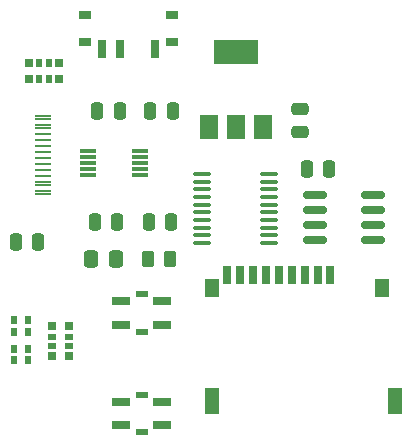
<source format=gbr>
%TF.GenerationSoftware,KiCad,Pcbnew,7.0.8*%
%TF.CreationDate,2024-02-27T14:33:36-06:00*%
%TF.ProjectId,Rickus-CH32V003,5269636b-7573-42d4-9348-333256303033,rev?*%
%TF.SameCoordinates,Original*%
%TF.FileFunction,Paste,Top*%
%TF.FilePolarity,Positive*%
%FSLAX46Y46*%
G04 Gerber Fmt 4.6, Leading zero omitted, Abs format (unit mm)*
G04 Created by KiCad (PCBNEW 7.0.8) date 2024-02-27 14:33:36*
%MOMM*%
%LPD*%
G01*
G04 APERTURE LIST*
G04 Aperture macros list*
%AMRoundRect*
0 Rectangle with rounded corners*
0 $1 Rounding radius*
0 $2 $3 $4 $5 $6 $7 $8 $9 X,Y pos of 4 corners*
0 Add a 4 corners polygon primitive as box body*
4,1,4,$2,$3,$4,$5,$6,$7,$8,$9,$2,$3,0*
0 Add four circle primitives for the rounded corners*
1,1,$1+$1,$2,$3*
1,1,$1+$1,$4,$5*
1,1,$1+$1,$6,$7*
1,1,$1+$1,$8,$9*
0 Add four rect primitives between the rounded corners*
20,1,$1+$1,$2,$3,$4,$5,0*
20,1,$1+$1,$4,$5,$6,$7,0*
20,1,$1+$1,$6,$7,$8,$9,0*
20,1,$1+$1,$8,$9,$2,$3,0*%
G04 Aperture macros list end*
%ADD10R,1.000000X0.500000*%
%ADD11R,1.500000X0.800000*%
%ADD12R,1.500000X2.000000*%
%ADD13R,3.800000X2.000000*%
%ADD14RoundRect,0.250000X-0.250000X-0.475000X0.250000X-0.475000X0.250000X0.475000X-0.250000X0.475000X0*%
%ADD15RoundRect,0.250000X-0.262500X-0.450000X0.262500X-0.450000X0.262500X0.450000X-0.262500X0.450000X0*%
%ADD16RoundRect,0.250000X-0.337500X-0.475000X0.337500X-0.475000X0.337500X0.475000X-0.337500X0.475000X0*%
%ADD17R,1.200000X1.500000*%
%ADD18R,1.200000X2.200000*%
%ADD19R,0.700000X1.600000*%
%ADD20RoundRect,0.250000X0.250000X0.475000X-0.250000X0.475000X-0.250000X-0.475000X0.250000X-0.475000X0*%
%ADD21R,1.400000X0.300000*%
%ADD22R,0.500000X0.800000*%
%ADD23R,0.700000X0.640000*%
%ADD24R,0.700000X0.500000*%
%ADD25RoundRect,0.150000X-0.825000X-0.150000X0.825000X-0.150000X0.825000X0.150000X-0.825000X0.150000X0*%
%ADD26R,0.640000X0.700000*%
%ADD27R,0.500000X0.700000*%
%ADD28R,1.000000X0.800000*%
%ADD29R,0.700000X1.500000*%
%ADD30RoundRect,0.100000X-0.637500X-0.100000X0.637500X-0.100000X0.637500X0.100000X-0.637500X0.100000X0*%
%ADD31RoundRect,0.250000X0.475000X-0.250000X0.475000X0.250000X-0.475000X0.250000X-0.475000X-0.250000X0*%
%ADD32R,1.400000X0.250000*%
G04 APERTURE END LIST*
D10*
%TO.C,SW1*%
X193500000Y-103100000D03*
X193500000Y-106300000D03*
D11*
X191750000Y-103700000D03*
X195250000Y-103700000D03*
X191750000Y-105700000D03*
X195250000Y-105700000D03*
%TD*%
D12*
%TO.C,U2*%
X199200000Y-80400000D03*
X201500000Y-80400000D03*
D13*
X201500000Y-74100000D03*
D12*
X203800000Y-80400000D03*
%TD*%
D10*
%TO.C,SW4*%
X193500000Y-94600000D03*
X193500000Y-97800000D03*
D11*
X191750000Y-95200000D03*
X195250000Y-95200000D03*
X191750000Y-97200000D03*
X195250000Y-97200000D03*
%TD*%
D14*
%TO.C,C7*%
X182850000Y-90200000D03*
X184750000Y-90200000D03*
%TD*%
D15*
%TO.C,R1*%
X194075000Y-91600000D03*
X195900000Y-91600000D03*
%TD*%
D16*
%TO.C,C5*%
X191337500Y-91600000D03*
X189262500Y-91600000D03*
%TD*%
D17*
%TO.C,J6*%
X199500000Y-94050000D03*
D18*
X199500000Y-103650000D03*
D17*
X213900000Y-94050000D03*
D18*
X215000000Y-103650000D03*
D19*
X209500000Y-93000000D03*
X208400000Y-93000000D03*
X207300000Y-93000000D03*
X206200000Y-93000000D03*
X205100000Y-93000000D03*
X204000000Y-93000000D03*
X202900000Y-93000000D03*
X201800000Y-93000000D03*
X200700000Y-93000000D03*
%TD*%
D20*
%TO.C,C2*%
X191450000Y-88500000D03*
X189550000Y-88500000D03*
%TD*%
D21*
%TO.C,U1*%
X189000000Y-82500000D03*
X189000000Y-83000000D03*
X189000000Y-83500000D03*
X189000000Y-84000000D03*
X189000000Y-84500000D03*
X193400000Y-84500000D03*
X193400000Y-84000000D03*
X193400000Y-83500000D03*
X193400000Y-83000000D03*
X193400000Y-82500000D03*
%TD*%
D22*
%TO.C,D5*%
X182662500Y-100200000D03*
X182662500Y-99200000D03*
X183862500Y-99200000D03*
X183862500Y-100200000D03*
%TD*%
D14*
%TO.C,C6*%
X207500000Y-84000000D03*
X209400000Y-84000000D03*
%TD*%
D20*
%TO.C,C1*%
X191650000Y-79100000D03*
X189750000Y-79100000D03*
%TD*%
D23*
%TO.C,RN2*%
X187362500Y-99870000D03*
D24*
X187362500Y-99000000D03*
X187362500Y-98200000D03*
D23*
X187362500Y-97330000D03*
X185962500Y-97330000D03*
D24*
X185962500Y-98200000D03*
X185962500Y-99000000D03*
D23*
X185962500Y-99870000D03*
%TD*%
D25*
%TO.C,U4*%
X208162500Y-86240000D03*
X208162500Y-87510000D03*
X208162500Y-88780000D03*
X208162500Y-90050000D03*
X213112500Y-90050000D03*
X213112500Y-88780000D03*
X213112500Y-87510000D03*
X213112500Y-86240000D03*
%TD*%
D14*
%TO.C,C8*%
X194100000Y-88500000D03*
X196000000Y-88500000D03*
%TD*%
D26*
%TO.C,RN1*%
X186500000Y-75000000D03*
D27*
X185630000Y-75000000D03*
X184830000Y-75000000D03*
D26*
X183960000Y-75000000D03*
X183960000Y-76400000D03*
D27*
X184830000Y-76400000D03*
X185630000Y-76400000D03*
D26*
X186500000Y-76400000D03*
%TD*%
D28*
%TO.C,SW2*%
X196050000Y-73210000D03*
X196050000Y-71000000D03*
X188750000Y-73210000D03*
X188750000Y-71000000D03*
D29*
X194650000Y-73860000D03*
X191650000Y-73860000D03*
X190150000Y-73860000D03*
%TD*%
D30*
%TO.C,U3*%
X198600000Y-84425000D03*
X198600000Y-85075000D03*
X198600000Y-85725000D03*
X198600000Y-86375000D03*
X198600000Y-87025000D03*
X198600000Y-87675000D03*
X198600000Y-88325000D03*
X198600000Y-88975000D03*
X198600000Y-89625000D03*
X198600000Y-90275000D03*
X204325000Y-90275000D03*
X204325000Y-89625000D03*
X204325000Y-88975000D03*
X204325000Y-88325000D03*
X204325000Y-87675000D03*
X204325000Y-87025000D03*
X204325000Y-86375000D03*
X204325000Y-85725000D03*
X204325000Y-85075000D03*
X204325000Y-84425000D03*
%TD*%
D31*
%TO.C,C3*%
X206900000Y-80850000D03*
X206900000Y-78950000D03*
%TD*%
D20*
%TO.C,C4*%
X196150000Y-79100000D03*
X194250000Y-79100000D03*
%TD*%
D32*
%TO.C,J1*%
X185187500Y-79475000D03*
X185187500Y-80275000D03*
X185187500Y-81550000D03*
X185187500Y-82550000D03*
X185187500Y-83050000D03*
X185187500Y-81050000D03*
X185187500Y-85325000D03*
X185187500Y-86125000D03*
X185187500Y-85875000D03*
X185187500Y-85075000D03*
X185187500Y-84550000D03*
X185187500Y-83550000D03*
X185187500Y-82050000D03*
X185187500Y-84050000D03*
X185187500Y-80525000D03*
X185187500Y-79725000D03*
%TD*%
D22*
%TO.C,D1*%
X182662500Y-97800000D03*
X182662500Y-96800000D03*
X183862500Y-96800000D03*
X183862500Y-97800000D03*
%TD*%
M02*

</source>
